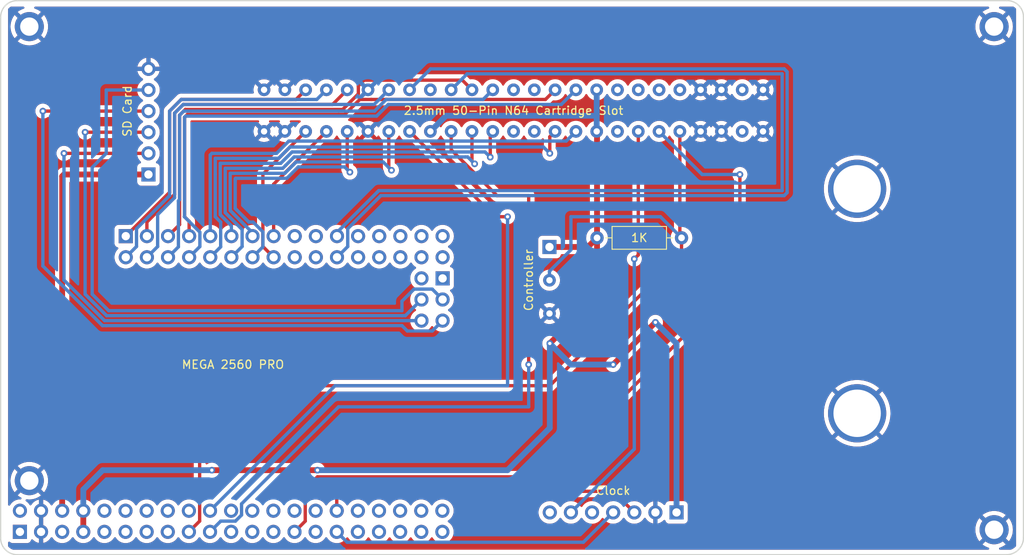
<source format=kicad_pcb>
(kicad_pcb (version 20211014) (generator pcbnew)
  (title_block (title "OPEN SOURCE CARTRIDGE READER") (date "2021-11-15") (rev "V1"))
  (layers (0 "F.Cu" signal) (31 "B.Cu" signal) (34 "B.Paste" user) (35 "F.Paste" user) (36 "B.SilkS" user "B.Silkscreen") (37 "F.SilkS" user "F.Silkscreen") (38 "B.Mask" user) (39 "F.Mask" user) (44 "Edge.Cuts" user))
  (net 0 "")
  (net 1 "D30")
  (net 2 "D31")
  (net 3 "D28")
  (net 4 "D29")
  (net 5 "D26")
  (net 6 "D27")
  (net 7 "D24")
  (net 8 "D25")
  (net 9 "D22")
  (net 10 "D23")
  (net 11 "D20")
  (net 12 "D21")
  (net 13 "D18")
  (net 14 "D19")
  (net 15 "D16")
  (net 16 "D17")
  (net 17 "D14")
  (net 18 "D15")
  (net 19 "D12")
  (net 20 "D13")
  (net 21 "D10")
  (net 22 "D11")
  (net 23 "D8")
  (net 24 "D9")
  (net 25 "D6")
  (net 26 "D7")
  (net 27 "D4")
  (net 28 "D5")
  (net 29 "D2")
  (net 30 "D3")
  (net 31 "D0")
  (net 32 "D1")
  (net 34 "RESET")
  (net 35 "GND")
  (net 38 "D46")
  (net 39 "D47")
  (net 40 "D44")
  (net 41 "D45")
  (net 42 "D42")
  (net 43 "D43")
  (net 44 "D40")
  (net 45 "D41")
  (net 46 "D38")
  (net 47 "D39")
  (net 48 "D36")
  (net 49 "D37")
  (net 50 "D34")
  (net 51 "D32")
  (net 52 "D33")
  (net 53 "A14")
  (net 54 "A15")
  (net 55 "A12")
  (net 56 "A13")
  (net 57 "A10")
  (net 58 "A11")
  (net 59 "A8")
  (net 60 "A9")
  (net 61 "A6")
  (net 62 "A7")
  (net 63 "A4")
  (net 64 "A5")
  (net 65 "A2")
  (net 66 "A3")
  (net 67 "A0")
  (net 68 "A1")
  (net 69 "+3V3")
  (net 70 "+5V")
  (net 71 "D35")
  (net 72 "D53")
  (net 73 "D52")
  (net 74 "D51")
  (net 75 "D50")
  (net 76 "D49")
  (net 77 "D48")
  (net 78 "CLK1")
  (footprint "" (layer "F.Cu") (at 216.57 147.09)
    (fp_text reference "" (at 0 0) (layer "F.SilkS") (effects (font (size 1.27 1.27))))
    (fp_text value "" (at 0 0) (layer "F.SilkS") (effects (font (size 1.27 1.27))))
    (pad "1" thru_hole circle (at 2.9 -0.09) (size 3.5 3.5) (drill 2.2) (layers *.Cu *.Mask) (net 35 "GND"))
  )
  (footprint "!sanni:N64 Slot" (layer "F.Cu") (at 131.68 99.1)
    (fp_text reference "J1" hide)
    (fp_text value "N64_Slot")
    (pad "1" thru_hole circle (at 0 0) (size 1.524 1.524) (drill 0.762) (layers *.Cu *.Mask) (net 35 "GND"))
    (pad "2" thru_hole circle (at 2.5 0) (size 1.524 1.524) (drill 0.762) (layers *.Cu *.Mask) (net 35 "GND"))
    (pad "3" thru_hole circle (at 5 0) (size 1.524 1.524) (drill 0.762) (layers *.Cu *.Mask) (net 54 "A15"))
    (pad "4" thru_hole circle (at 7.5 0) (size 1.524 1.524) (drill 0.762) (layers *.Cu *.Mask) (net 53 "A14"))
    (pad "5" thru_hole circle (at 10 0) (size 1.524 1.524) (drill 0.762) (layers *.Cu *.Mask) (net 56 "A13"))
    (pad "6" thru_hole circle (at 12.5 0) (size 1.524 1.524) (drill 0.762) (layers *.Cu *.Mask) (net 35 "GND"))
    (pad "7" thru_hole circle (at 15 0) (size 1.524 1.524) (drill 0.762) (layers *.Cu *.Mask) (net 55 "A12"))
    (pad "8" thru_hole circle (at 17.5 0) (size 1.524 1.524) (drill 0.762) (layers *.Cu *.Mask) (net 23 "D8"))
    (pad "9" thru_hole circle (at 20 0) (size 1.524 1.524) (drill 0.762) (layers *.Cu *.Mask) (net 69 "+3V3"))
    (pad "10" thru_hole circle (at 22.5 0) (size 1.524 1.524) (drill 0.762) (layers *.Cu *.Mask) (net 24 "D9"))
    (pad "11" thru_hole circle (at 25 0) (size 1.524 1.524) (drill 0.762) (layers *.Cu *.Mask) (net 58 "A11"))
    (pad "12" thru_hole circle (at 27.5 0) (size 1.524 1.524) (drill 0.762) (layers *.Cu *.Mask) (net 57 "A10"))
    (pad "13" thru_hole circle (at 30 0) (size 1.524 1.524) (drill 0.762) (layers *.Cu *.Mask))
    (pad "14" thru_hole circle (at 32.5 0) (size 1.524 1.524) (drill 0.762) (layers *.Cu *.Mask))
    (pad "15" thru_hole circle (at 35 0) (size 1.524 1.524) (drill 0.762) (layers *.Cu *.Mask) (net 60 "A9"))
    (pad "16" thru_hole circle (at 37.5 0) (size 1.524 1.524) (drill 0.762) (layers *.Cu *.Mask) (net 59 "A8"))
    (pad "17" thru_hole circle (at 40 0) (size 1.524 1.524) (drill 0.762) (layers *.Cu *.Mask) (net 69 "+3V3"))
    (pad "18" thru_hole circle (at 42.5 0) (size 1.524 1.524) (drill 0.762) (layers *.Cu *.Mask))
    (pad "19" thru_hole circle (at 45 0) (size 1.524 1.524) (drill 0.762) (layers *.Cu *.Mask) (net 78 "CLK1"))
    (pad "20" thru_hole circle (at 47.5 0) (size 1.524 1.524) (drill 0.762) (layers *.Cu *.Mask) (net 16 "D17"))
    (pad "21" thru_hole circle (at 50 0) (size 1.524 1.524) (drill 0.762) (layers *.Cu *.Mask) (net 26 "D7"))
    (pad "22" thru_hole circle (at 52.5 0) (size 1.524 1.524) (drill 0.762) (layers *.Cu *.Mask) (net 35 "GND"))
    (pad "23" thru_hole circle (at 55 0) (size 1.524 1.524) (drill 0.762) (layers *.Cu *.Mask) (net 35 "GND"))
    (pad "24" thru_hole circle (at 57.5 0) (size 1.524 1.524) (drill 0.762) (layers *.Cu *.Mask))
    (pad "25" thru_hole circle (at 60 0) (size 1.524 1.524) (drill 0.762) (layers *.Cu *.Mask) (net 35 "GND"))
    (pad "26" thru_hole circle (at 0 -5) (size 1.524 1.524) (drill 0.762) (layers *.Cu *.Mask) (net 35 "GND"))
    (pad "27" thru_hole circle (at 2.5 -5) (size 1.524 1.524) (drill 0.762) (layers *.Cu *.Mask) (net 35 "GND"))
    (pad "28" thru_hole circle (at 5 -5) (size 1.524 1.524) (drill 0.762) (layers *.Cu *.Mask) (net 67 "A0"))
    (pad "29" thru_hole circle (at 7.5 -5) (size 1.524 1.524) (drill 0.762) (layers *.Cu *.Mask) (net 68 "A1"))
    (pad "30" thru_hole circle (at 10 -5) (size 1.524 1.524) (drill 0.762) (layers *.Cu *.Mask) (net 65 "A2"))
    (pad "31" thru_hole circle (at 12.5 -5) (size 1.524 1.524) (drill 0.762) (layers *.Cu *.Mask) (net 35 "GND"))
    (pad "32" thru_hole circle (at 15 -5) (size 1.524 1.524) (drill 0.762) (layers *.Cu *.Mask) (net 66 "A3"))
    (pad "33" thru_hole circle (at 17.5 -5) (size 1.524 1.524) (drill 0.762) (layers *.Cu *.Mask) (net 49 "D37"))
    (pad "34" thru_hole circle (at 20 -5) (size 1.524 1.524) (drill 0.762) (layers *.Cu *.Mask) (net 69 "+3V3"))
    (pad "35" thru_hole circle (at 22.5 -5) (size 1.524 1.524) (drill 0.762) (layers *.Cu *.Mask) (net 48 "D36"))
    (pad "36" thru_hole circle (at 25 -5) (size 1.524 1.524) (drill 0.762) (layers *.Cu *.Mask) (net 63 "A4"))
    (pad "37" thru_hole circle (at 27.5 -5) (size 1.524 1.524) (drill 0.762) (layers *.Cu *.Mask) (net 64 "A5"))
    (pad "38" thru_hole circle (at 30 -5) (size 1.524 1.524) (drill 0.762) (layers *.Cu *.Mask))
    (pad "39" thru_hole circle (at 32.5 -5) (size 1.524 1.524) (drill 0.762) (layers *.Cu *.Mask))
    (pad "40" thru_hole circle (at 35 -5) (size 1.524 1.524) (drill 0.762) (layers *.Cu *.Mask) (net 61 "A6"))
    (pad "41" thru_hole circle (at 37.5 -5) (size 1.524 1.524) (drill 0.762) (layers *.Cu *.Mask) (net 62 "A7"))
    (pad "42" thru_hole circle (at 40 -5) (size 1.524 1.524) (drill 0.762) (layers *.Cu *.Mask) (net 69 "+3V3"))
    (pad "43" thru_hole circle (at 42.5 -5) (size 1.524 1.524) (drill 0.762) (layers *.Cu *.Mask))
    (pad "44" thru_hole circle (at 45 -5) (size 1.524 1.524) (drill 0.762) (layers *.Cu *.Mask))
    (pad "45" thru_hole circle (at 47.5 -5) (size 1.524 1.524) (drill 0.762) (layers *.Cu *.Mask))
    (pad "46" thru_hole circle (at 50 -5) (size 1.524 1.524) (drill 0.762) (layers *.Cu *.Mask))
    (pad "47" thru_hole circle (at 52.5 -5) (size 1.524 1.524) (drill 0.762) (layers *.Cu *.Mask) (net 35 "GND"))
    (pad "48" thru_hole circle (at 55 -5) (size 1.524 1.524) (drill 0.762) (layers *.Cu *.Mask) (net 35 "GND"))
    (pad "49" thru_hole circle (at 57.5 -5) (size 1.524 1.524) (drill 0.762) (layers *.Cu *.Mask))
    (pad "50" thru_hole circle (at 60 -5) (size 1.524 1.524) (drill 0.762) (layers *.Cu *.Mask) (net 35 "GND"))
  )
  (footprint "" (layer "F.Cu") (at 103.16 86.5)
    (fp_text reference "" (at 0 0) (layer "F.SilkS") (effects (font (size 1.27 1.27))))
    (fp_text value "" (at 0 0) (layer "F.SilkS") (effects (font (size 1.27 1.27))))
    (pad "1" thru_hole circle locked (at 0.29 0) (size 3.5 3.5) (drill 2.2) (layers *.Cu *.Mask) (net 35 "GND"))
  )
  (footprint "" (layer "F.Cu") (at 203.5 107)
    (fp_text reference "" (at 0 0) (layer "F.SilkS") (effects (font (size 1.27 1.27))))
    (fp_text value "" (at 0 0) (layer "F.SilkS") (effects (font (size 1.27 1.27))))
    (pad "1" thru_hole circle (at -0.5 -1) (size 7 7) (drill 5.7) (layers *.Cu *.Mask) (net 35 "GND"))
  )
  (footprint "" (layer "F.Cu") (at 203 132)
    (fp_text reference "" (at 0 0) (layer "F.SilkS") (effects (font (size 1.27 1.27))))
    (fp_text value "" (at 0 0) (layer "F.SilkS") (effects (font (size 1.27 1.27))))
    (pad "1" thru_hole circle (at 0 1) (size 7 7) (drill 5.7) (layers *.Cu *.Mask) (net 35 "GND"))
  )
  (footprint "Resistor_THT:R_Axial_DIN0207_L6.3mm_D2.5mm_P10.16mm_Horizontal" (layer "F.Cu") (at 171.72 111.9)
    (fp_text reference "R1" hide)
    (fp_text value "1K")
    (fp_line (start 1.81 -1.37) (end 1.81 1.37) (layer "F.SilkS") (width 0.12))
    (fp_line (start 1.81 1.37) (end 8.35 1.37) (layer "F.SilkS") (width 0.12))
    (fp_line (start 1.04 0) (end 1.81 0) (layer "F.SilkS") (width 0.12))
    (fp_line (start 8.35 1.37) (end 8.35 -1.37) (layer "F.SilkS") (width 0.12))
    (fp_line (start 9.12 0) (end 8.35 0) (layer "F.SilkS") (width 0.12))
    (fp_line (start 8.35 -1.37) (end 1.81 -1.37) (layer "F.SilkS") (width 0.12))
    (pad "1" thru_hole circle (at 0 0) (size 1.6 1.6) (drill 0.8) (layers *.Cu *.Mask) (net 69 "+3V3"))
    (pad "2" thru_hole oval (at 10.16 0) (size 1.6 1.6) (drill 0.8) (layers *.Cu *.Mask) (net 26 "D7"))
  )
  (footprint "Connector_PinHeader_2.54mm:PinHeader_1x07_P2.54mm_Vertical" (layer "F.Cu") (at 181.28 144.92 -90)
    (fp_text reference "Clock" (at -2.62 7.62) (layer "F.SilkS"))
    (fp_text value "01x07")
    (pad "0" thru_hole oval (at 0 15.24 270) (size 1.7 1.7) (drill 1) (layers *.Cu *.Mask))
    (pad "1" thru_hole oval (at 0 12.7 270) (size 1.7 1.7) (drill 1) (layers *.Cu *.Mask) (net 78 "CLK1"))
    (pad "2" thru_hole oval (at 0 10.16 270) (size 1.7 1.7) (drill 1) (layers *.Cu *.Mask))
    (pad "GND" thru_hole oval (at 0 2.54 270) (size 1.7 1.7) (drill 1) (layers *.Cu *.Mask) (net 35 "GND"))
    (pad "SCL" thru_hole oval (at 0 7.62 270) (size 1.7 1.7) (drill 1) (layers *.Cu *.Mask) (net 12 "D21"))
    (pad "SDA" thru_hole oval (at 0 5.08 270) (size 1.7 1.7) (drill 1) (layers *.Cu *.Mask) (net 11 "D20"))
    (pad "VIN" thru_hole rect (at 0 0 270) (size 1.7 1.7) (drill 1) (layers *.Cu *.Mask) (net 69 "+3V3"))
  )
  (footprint "" (layer "F.Cu") (at 166 121)
    (fp_text reference "" (at 0 0) (layer "F.SilkS") (effects (font (size 1.27 1.27))))
    (fp_text value "" (at 0 0) (layer "F.SilkS") (effects (font (size 1.27 1.27))))
    (pad "GND" thru_hole circle (at 0 0) (size 1.524 1.524) (drill 0.762) (layers *.Cu *.Mask) (net 35 "GND"))
  )
  (footprint "" (layer "F.Cu") (at 103.2 141.1)
    (fp_text reference "" (at 0 0) (layer "F.SilkS") (effects (font (size 1.27 1.27))))
    (fp_text value "" (at 0 0) (layer "F.SilkS") (effects (font (size 1.27 1.27))))
    (pad "1" thru_hole circle (at 0.25 0) (size 3.5 3.5) (drill 2.2) (layers *.Cu *.Mask) (net 35 "GND"))
  )
  (footprint "" (layer "F.Cu") (at 166 117)
    (fp_text reference "" (at 0 0) (layer "F.SilkS") (effects (font (size 1.27 1.27))))
    (fp_text value "" (at 0 0) (layer "F.SilkS") (effects (font (size 1.27 1.27))))
    (pad "DAT" thru_hole circle (at 0 0) (size 1.524 1.524) (drill 0.762) (layers *.Cu *.Mask) (net 26 "D7"))
  )
  (footprint "Connector_PinHeader_2.54mm:PinHeader_1x06_P2.54mm_Vertical" (layer "F.Cu") (at 117.78 104.28 180)
    (fp_text reference "SD Card" (at 2.54 7.62 90) (layer "F.SilkS"))
    (fp_text value "01x06")
    (pad "1" thru_hole rect (at 0 0 180) (size 1.7 1.7) (drill 1) (layers *.Cu *.Mask) (net 70 "+5V"))
    (pad "2" thru_hole oval (at 0 2.54 180) (size 1.7 1.7) (drill 1) (layers *.Cu *.Mask) (net 72 "D53"))
    (pad "3" thru_hole oval (at 0 5.08 180) (size 1.7 1.7) (drill 1) (layers *.Cu *.Mask) (net 74 "D51"))
    (pad "4" thru_hole oval (at 0 7.62 180) (size 1.7 1.7) (drill 1) (layers *.Cu *.Mask) (net 73 "D52"))
    (pad "5" thru_hole oval (at 0 10.16 180) (size 1.7 1.7) (drill 1) (layers *.Cu *.Mask) (net 75 "D50"))
    (pad "6" thru_hole oval (at 0 12.7 180) (size 1.7 1.7) (drill 1) (layers *.Cu *.Mask) (net 35 "GND"))
  )
  (footprint "" (layer "F.Cu") (at 216.48 86.5)
    (fp_text reference "" (at 0 0) (layer "F.SilkS") (effects (font (size 1.27 1.27))))
    (fp_text value "" (at 0 0) (layer "F.SilkS") (effects (font (size 1.27 1.27))))
    (pad "1" thru_hole circle (at 2.99 0) (size 3.5 3.5) (drill 2.2) (layers *.Cu *.Mask) (net 35 "GND"))
  )
  (footprint "" (layer "F.Cu") (at 166 113)
    (fp_text reference "" (at 0 0) (layer "F.SilkS") (effects (font (size 1.27 1.27))))
    (fp_text value "" (at 0 0) (layer "F.SilkS") (effects (font (size 1.27 1.27))))
    (pad "VCC" thru_hole rect (at 0 0 270) (size 1.7 1.7) (drill 1) (layers *.Cu *.Mask) (net 69 "+3V3"))
  )
  (footprint "Connector_PinSocket_2.54mm:PinSocket_2x03_P2.54mm_Vertical" (layer "B.Cu") (at 150.61 116.775 180)
    (fp_text reference "J5")
    (fp_text value "MEGA SIDE")
    (pad "1" thru_hole circle (at 0 0 180) (size 1.7 1.7) (drill 1) (layers *.Cu *.Mask) (net 76 "D49"))
    (pad "2" thru_hole rect (at -2.54 0 180) (size 1.7 1.7) (drill 1) (layers *.Cu *.Mask) (net 77 "D48"))
    (pad "3" thru_hole oval (at 0 -2.54 180) (size 1.7 1.7) (drill 1) (layers *.Cu *.Mask) (net 74 "D51"))
    (pad "4" thru_hole oval (at -2.54 -2.54 180) (size 1.7 1.7) (drill 1) (layers *.Cu *.Mask) (net 75 "D50"))
    (pad "5" thru_hole oval (at 0 -5.08 180) (size 1.7 1.7) (drill 1) (layers *.Cu *.Mask) (net 72 "D53"))
    (pad "6" thru_hole oval (at -2.54 -5.08 180) (size 1.7 1.7) (drill 1) (layers *.Cu *.Mask) (net 73 "D52"))
  )
  (footprint "Connector_PinSocket_2.54mm:PinSocket_2x16_P2.54mm_Vertical" (layer "B.Cu") (at 153.15 111.695 90)
    (fp_text reference "J2")
    (fp_text value "MEGA TOP")
    (pad "1" thru_hole circle (at 0 0 90) (size 1.7 1.7) (drill 1) (layers *.Cu *.Mask) (net 38 "D46"))
    (pad "2" thru_hole oval (at -2.54 0 90) (size 1.7 1.7) (drill 1) (layers *.Cu *.Mask) (net 39 "D47"))
    (pad "3" thru_hole oval (at 0 -2.54 90) (size 1.7 1.7) (drill 1) (layers *.Cu *.Mask) (net 40 "D44"))
    (pad "4" thru_hole oval (at -2.54 -2.54 90) (size 1.7 1.7) (drill 1) (layers *.Cu *.Mask) (net 41 "D45"))
    (pad "5" thru_hole oval (at 0 -5.08 90) (size 1.7 1.7) (drill 1) (layers *.Cu *.Mask) (net 42 "D42"))
    (pad "6" thru_hole oval (at -2.54 -5.08 90) (size 1.7 1.7) (drill 1) (layers *.Cu *.Mask) (net 43 "D43"))
    (pad "7" thru_hole oval (at 0 -7.62 90) (size 1.7 1.7) (drill 1) (layers *.Cu *.Mask) (net 44 "D40"))
    (pad "8" thru_hole oval (at -2.54 -7.62 90) (size 1.7 1.7) (drill 1) (layers *.Cu *.Mask) (net 45 "D41"))
    (pad "9" thru_hole oval (at 0 -10.16 90) (size 1.7 1.7) (drill 1) (layers *.Cu *.Mask) (net 46 "D38"))
    (pad "10" thru_hole oval (at -2.54 -10.16 90) (size 1.7 1.7) (drill 1) (layers *.Cu *.Mask) (net 47 "D39"))
    (pad "11" thru_hole oval (at 0 -12.7 90) (size 1.7 1.7) (drill 1) (layers *.Cu *.Mask) (net 48 "D36"))
    (pad "12" thru_hole oval (at -2.54 -12.7 90) (size 1.7 1.7) (drill 1) (layers *.Cu *.Mask) (net 49 "D37"))
    (pad "13" thru_hole oval (at 0 -15.24 90) (size 1.7 1.7) (drill 1) (layers *.Cu *.Mask) (net 50 "D34"))
    (pad "14" thru_hole oval (at -2.54 -15.24 90) (size 1.7 1.7) (drill 1) (layers *.Cu *.Mask) (net 71 "D35"))
    (pad "15" thru_hole oval (at 0 -17.78 90) (size 1.7 1.7) (drill 1) (layers *.Cu *.Mask) (net 51 "D32"))
    (pad "16" thru_hole oval (at -2.54 -17.78 90) (size 1.7 1.7) (drill 1) (layers *.Cu *.Mask) (net 52 "D33"))
    (pad "17" thru_hole oval (at 0 -20.32 90) (size 1.7 1.7) (drill 1) (layers *.Cu *.Mask) (net 53 "A14"))
    (pad "18" thru_hole oval (at -2.54 -20.32 90) (size 1.7 1.7) (drill 1) (layers *.Cu *.Mask) (net 54 "A15"))
    (pad "19" thru_hole oval (at 0 -22.86 90) (size 1.7 1.7) (drill 1) (layers *.Cu *.Mask) (net 55 "A12"))
    (pad "20" thru_hole oval (at -2.54 -22.86 90) (size 1.7 1.7) (drill 1) (layers *.Cu *.Mask) (net 56 "A13"))
    (pad "21" thru_hole oval (at 0 -25.4 90) (size 1.7 1.7) (drill 1) (layers *.Cu *.Mask) (net 57 "A10"))
    (pad "22" thru_hole oval (at -2.54 -25.4 90) (size 1.7 1.7) (drill 1) (layers *.Cu *.Mask) (net 58 "A11"))
    (pad "23" thru_hole oval (at 0 -27.94 90) (size 1.7 1.7) (drill 1) (layers *.Cu *.Mask) (net 59 "A8"))
    (pad "24" thru_hole oval (at -2.54 -27.94 90) (size 1.7 1.7) (drill 1) (layers *.Cu *.Mask) (net 60 "A9"))
    (pad "25" thru_hole oval (at 0 -30.48 90) (size 1.7 1.7) (drill 1) (layers *.Cu *.Mask) (net 61 "A6"))
    (pad "26" thru_hole oval (at -2.54 -30.48 90) (size 1.7 1.7) (drill 1) (layers *.Cu *.Mask) (net 62 "A7"))
    (pad "27" thru_hole oval (at 0 -33.02 90) (size 1.7 1.7) (drill 1) (layers *.Cu *.Mask) (net 63 "A4"))
    (pad "28" thru_hole oval (at -2.54 -33.02 90) (size 1.7 1.7) (drill 1) (layers *.Cu *.Mask) (net 64 "A5"))
    (pad "29" thru_hole oval (at 0 -35.56 90) (size 1.7 1.7) (drill 1) (layers *.Cu *.Mask) (net 65 "A2"))
    (pad "30" thru_hole oval (at -2.54 -35.56 90) (size 1.7 1.7) (drill 1) (layers *.Cu *.Mask) (net 66 "A3"))
    (pad "31" thru_hole rect (at 0 -38.1 90) (size 1.7 1.7) (drill 1) (layers *.Cu *.Mask) (net 67 "A0"))
    (pad "32" thru_hole oval (at -2.54 -38.1 90) (size 1.7 1.7) (drill 1) (layers *.Cu *.Mask) (net 68 "A1"))
  )
  (footprint "Connector_PinSocket_2.54mm:PinSocket_2x21_P2.54mm_Vertical" (layer "B.Cu") (at 153.12125 144.715 90)
    (fp_text reference "J1")
    (fp_text value "MEGA BOTTOM")
    (pad "1" thru_hole circle (at 0 0 90) (size 1.7 1.7) (drill 1) (layers *.Cu *.Mask) (net 1 "D30"))
    (pad "2" thru_hole oval (at -2.54 0 90) (size 1.7 1.7) (drill 1) (layers *.Cu *.Mask) (net 2 "D31"))
    (pad "3" thru_hole oval (at 0 -2.54 90) (size 1.7 1.7) (drill 1) (layers *.Cu *.Mask) (net 3 "D28"))
    (pad "4" thru_hole oval (at -2.54 -2.54 90) (size 1.7 1.7) (drill 1) (layers *.Cu *.Mask) (net 4 "D29"))
    (pad "5" thru_hole oval (at 0 -5.08 90) (size 1.7 1.7) (drill 1) (layers *.Cu *.Mask) (net 5 "D26"))
    (pad "6" thru_hole oval (at -2.54 -5.08 90) (size 1.7 1.7) (drill 1) (layers *.Cu *.Mask) (net 6 "D27"))
    (pad "7" thru_hole oval (at 0 -7.62 90) (size 1.7 1.7) (drill 1) (layers *.Cu *.Mask) (net 7 "D24"))
    (pad "8" thru_hole oval (at -2.54 -7.62 90) (size 1.7 1.7) (drill 1) (layers *.Cu *.Mask) (net 8 "D25"))
    (pad "9" thru_hole oval (at 0 -10.16 90) (size 1.7 1.7) (drill 1) (layers *.Cu *.Mask) (net 9 "D22"))
    (pad "10" thru_hole oval (at -2.54 -10.16 90) (size 1.7 1.7) (drill 1) (layers *.Cu *.Mask) (net 10 "D23"))
    (pad "11" thru_hole oval (at 0 -12.7 90) (size 1.7 1.7) (drill 1) (layers *.Cu *.Mask) (net 11 "D20"))
    (pad "12" thru_hole oval (at -2.54 -12.7 90) (size 1.7 1.7) (drill 1) (layers *.Cu *.Mask) (net 12 "D21"))
    (pad "13" thru_hole oval (at 0 -15.24 90) (size 1.7 1.7) (drill 1) (layers *.Cu *.Mask) (net 13 "D18"))
    (pad "14" thru_hole oval (at -2.54 -15.24 90) (size 1.7 1.7) (drill 1) (layers *.Cu *.Mask) (net 14 "D19"))
    (pad "15" thru_hole oval (at 0 -17.78 90) (size 1.7 1.7) (drill 1) (layers *.Cu *.Mask) (net 15 "D16"))
    (pad "16" thru_hole oval (at -2.54 -17.78 90) (size 1.7 1.7) (drill 1) (layers *.Cu *.Mask) (net 16 "D17"))
    (pad "17" thru_hole oval (at 0 -20.32 90) (size 1.7 1.7) (drill 1) (layers *.Cu *.Mask) (net 17 "D14"))
    (pad "18" thru_hole oval (at -2.54 -20.32 90) (size 1.7 1.7) (drill 1) (layers *.Cu *.Mask) (net 18 "D15"))
    (pad "19" thru_hole oval (at 0 -22.86 90) (size 1.7 1.7) (drill 1) (layers *.Cu *.Mask) (net 19 "D12"))
    (pad "20" thru_hole oval (at -2.54 -22.86 90) (size 1.7 1.7) (drill 1) (layers *.Cu *.Mask) (net 20 "D13"))
    (pad "21" thru_hole oval (at 0 -25.4 90) (size 1.7 1.7) (drill 1) (layers *.Cu *.Mask) (net 21 "D10"))
    (pad "22" thru_hole oval (at -2.54 -25.4 90) (size 1.7 1.7) (drill 1) (layers *.Cu *.Mask) (net 22 "D11"))
    (pad "23" thru_hole oval (at 0 -27.94 90) (size 1.7 1.7) (drill 1) (layers *.Cu *.Mask) (net 23 "D8"))
    (pad "24" thru_hole oval (at -2.54 -27.94 90) (size 1.7 1.7) (drill 1) (layers *.Cu *.Mask) (net 24 "D9"))
    (pad "25" thru_hole oval (at 0 -30.48 90) (size 1.7 1.7) (drill 1) (layers *.Cu *.Mask) (net 25 "D6"))
    (pad "26" thru_hole oval (at -2.54 -30.48 90) (size 1.7 1.7) (drill 1) (layers *.Cu *.Mask) (net 26 "D7"))
    (pad "27" thru_hole oval (at 0 -33.02 90) (size 1.7 1.7) (drill 1) (layers *.Cu *.Mask) (net 27 "D4"))
    (pad "28" thru_hole oval (at -2.54 -33.02 90) (size 1.7 1.7) (drill 1) (layers *.Cu *.Mask) (net 28 "D5"))
    (pad "29" thru_hole oval (at 0 -35.56 90) (size 1.7 1.7) (drill 1) (layers *.Cu *.Mask) (net 29 "D2"))
    (pad "30" thru_hole oval (at -2.54 -35.56 90) (size 1.7 1.7) (drill 1) (layers *.Cu *.Mask) (net 30 "D3"))
    (pad "31" thru_hole oval (at 0 -38.1 90) (size 1.7 1.7) (drill 1) (layers *.Cu *.Mask) (net 31 "D0"))
    (pad "32" thru_hole oval (at -2.54 -38.1 90) (size 1.7 1.7) (drill 1) (layers *.Cu *.Mask) (net 32 "D1"))
    (pad "33" thru_hole oval (at 0 -40.64 90) (size 1.7 1.7) (drill 1) (layers *.Cu *.Mask))
    (pad "34" thru_hole oval (at -2.54 -40.64 90) (size 1.7 1.7) (drill 1) (layers *.Cu *.Mask) (net 34 "RESET"))
    (pad "35" thru_hole oval (at 0 -43.18 90) (size 1.7 1.7) (drill 1) (layers *.Cu *.Mask) (net 69 "+3V3"))
    (pad "36" thru_hole oval (at -2.54 -43.18 90) (size 1.7 1.7) (drill 1) (layers *.Cu *.Mask) (net 69 "+3V3"))
    (pad "37" thru_hole oval (at 0 -45.72 90) (size 1.7 1.7) (drill 1) (layers *.Cu *.Mask) (net 70 "+5V"))
    (pad "38" thru_hole oval (at -2.54 -45.72 90) (size 1.7 1.7) (drill 1) (layers *.Cu *.Mask) (net 70 "+5V"))
    (pad "39" thru_hole oval (at 0 -48.26 90) (size 1.7 1.7) (drill 1) (layers *.Cu *.Mask) (net 35 "GND"))
    (pad "40" thru_hole oval (at -2.54 -48.26 90) (size 1.7 1.7) (drill 1) (layers *.Cu *.Mask) (net 35 "GND"))
    (pad "41" thru_hole oval (at 0 -50.8 90) (size 1.7 1.7) (drill 1) (layers *.Cu *.Mask))
    (pad "42" thru_hole rect (at -2.54 -50.8 90) (size 1.7 1.7) (drill 1) (layers *.Cu *.Mask))
  )
  (gr_arc (start 102 150) (mid 100.585786 149.414214) (end 100 148) (layer "Edge.Cuts") (width 0.15))
  (gr_line (start 223 147.912893) (end 223 85.287107) (layer "Edge.Cuts") (width 0.15))
  (gr_line (start 102 83.374214) (end 221 83.374214) (layer "Edge.Cuts") (width 0.15))
  (gr_arc (start 223 147.912893) (mid 222.432254 149.37066) (end 221 150) (layer "Edge.Cuts") (width 0.15))
  (gr_arc (start 221 83.374214) (mid 222.396173 83.916447) (end 223 85.287107) (layer "Edge.Cuts") (width 0.15))
  (gr_arc (start 100 85.374214) (mid 100.585786 83.96) (end 102 83.374214) (layer "Edge.Cuts") (width 0.15))
  (gr_line (start 102 150) (end 221 150) (layer "Edge.Cuts") (width 0.15))
  (gr_line (start 100 148) (end 100 85.374214) (layer "Edge.Cuts") (width 0.15))
  (gr_text "Controller" (at 163.5 116.98 90) (layer "F.SilkS") (effects (font (size 1 1))))
  (gr_text "MEGA 2560 PRO" (at 127.94 127.14) (layer "F.SilkS") (effects (font (size 1 1))))
  (gr_text "1K" (at 176.8 111.9) (layer "F.SilkS") (effects (font (size 1 1))))
  (gr_text "2.5mm 50-Pin N64 Cartridge Slot" (at 161.68 96.6) (layer "F.SilkS") (effects (font (size 1 1))))
  (segment (start 173.66 142.38) (end 176.2 144.92) (width 0.4) (layer "F.Cu") (net 11))
  (segment (start 140.42125 142.59875) (end 140.64 142.38) (width 0.4) (layer "F.Cu") (net 11))
  (segment (start 140.64 142.38) (end 173.66 142.38) (width 0.4) (layer "F.Cu") (net 11))
  (segment (start 140.42125 144.715) (end 140.42125 142.59875) (width 0.4) (layer "F.Cu") (net 11))
  (segment (start 140.42125 147.255) (end 141.670761 148.504511) (width 0.4) (layer "B.Cu") (net 12))
  (segment (start 170.075489 148.504511) (end 173.66 144.92) (width 0.4) (layer "B.Cu") (net 12))
  (segment (start 141.670761 148.504511) (end 170.075489 148.504511) (width 0.4) (layer "B.Cu") (net 12))
  (segment (start 165.240489 140.639511) (end 188.9 116.98) (width 0.4) (layer "F.Cu") (net 16))
  (segment (start 135.34125 147.255) (end 136.631739 145.964511) (width 0.4) (layer "F.Cu") (net 16))
  (segment (start 188.9 104.28) (end 188.9 116.98) (width 0.4) (layer "F.Cu") (net 16))
  (segment (start 136.631739 145.964511) (end 136.631739 142.107772) (width 0.4) (layer "F.Cu") (net 16))
  (segment (start 138.1 140.639511) (end 165.240489 140.639511) (width 0.4) (layer "F.Cu") (net 16))
  (segment (start 136.631739 142.107772) (end 138.1 140.639511) (width 0.4) (layer "F.Cu") (net 16))
  (via (at 188.9 104.28) (size 0.8) (drill 0.4) (layers "F.Cu" "B.Cu") (net 16))
  (segment (start 184.36 104.28) (end 188.9 104.28) (width 0.4) (layer "B.Cu") (net 16))
  (segment (start 179.18 99.1) (end 184.36 104.28) (width 0.4) (layer "B.Cu") (net 16))
  (segment (start 159.44 109.36) (end 160.96 109.36) (width 0.4) (layer "F.Cu") (net 23))
  (segment (start 149.18 99.1) (end 159.44 109.36) (width 0.4) (layer "F.Cu") (net 23))
  (via (at 160.96 109.36) (size 0.8) (drill 0.4) (layers "F.Cu" "B.Cu") (net 23))
  (segment (start 140.21625 129.68) (end 125.18125 144.715) (width 0.4) (layer "B.Cu") (net 23))
  (segment (start 160.96 129.68) (end 140.21625 129.68) (width 0.4) (layer "B.Cu") (net 23))
  (segment (start 160.96 109.36) (end 160.96 129.68) (width 0.4) (layer "B.Cu") (net 23))
  (segment (start 159.68932 106.82) (end 163.5 106.82) (width 0.4) (layer "F.Cu") (net 24))
  (segment (start 163.5 106.82) (end 163.5 127.14) (width 0.4) (layer "F.Cu") (net 24))
  (segment (start 154.18 99.1) (end 154.18 101.31068) (width 0.4) (layer "F.Cu") (net 24))
  (segment (start 154.18 101.31068) (end 159.68932 106.82) (width 0.4) (layer "F.Cu") (net 24))
  (via (at 163.5 127.14) (size 0.8) (drill 0.4) (layers "F.Cu" "B.Cu") (net 24))
  (segment (start 140.64 132.22) (end 128.970761 143.889239) (width 0.4) (layer "B.Cu") (net 24))
  (segment (start 126.471739 145.964511) (end 125.18125 147.255) (width 0.4) (layer "B.Cu") (net 24))
  (segment (start 128.970761 145.232565) (end 128.238815 145.964511) (width 0.4) (layer "B.Cu") (net 24))
  (segment (start 128.238815 145.964511) (end 126.471739 145.964511) (width 0.4) (layer "B.Cu") (net 24))
  (segment (start 163.5 132.22) (end 140.64 132.22) (width 0.4) (layer "B.Cu") (net 24))
  (segment (start 128.970761 143.889239) (end 128.970761 145.232565) (width 0.4) (layer "B.Cu") (net 24))
  (segment (start 163.5 127.14) (end 163.5 132.22) (width 0.4) (layer "B.Cu") (net 24))
  (segment (start 125.4 129.68) (end 166.04 129.68) (width 0.4) (layer "F.Cu") (net 26))
  (segment (start 181.68 99.1) (end 181.68 111.7) (width 0.4) (layer "F.Cu") (net 26))
  (segment (start 122.64125 147.255) (end 123.931739 145.964511) (width 0.4) (layer "F.Cu") (net 26))
  (segment (start 123.931739 145.964511) (end 123.931739 131.148261) (width 0.4) (layer "F.Cu") (net 26))
  (segment (start 166.04 129.68) (end 181.88 113.84) (width 0.4) (layer "F.Cu") (net 26))
  (segment (start 181.68 111.7) (end 181.88 111.9) (width 0.4) (layer "F.Cu") (net 26))
  (segment (start 123.931739 131.148261) (end 125.4 129.68) (width 0.4) (layer "F.Cu") (net 26))
  (segment (start 181.88 113.84) (end 181.88 111.9) (width 0.4) (layer "F.Cu") (net 26))
  (segment (start 168.58 109.36) (end 179.34 109.36) (width 0.4) (layer "B.Cu") (net 26))
  (segment (start 166 117) (end 166 115.92237) (width 0.4) (layer "B.Cu") (net 26))
  (segment (start 166 115.92237) (end 168.58 113.34237) (width 0.4) (layer "B.Cu") (net 26))
  (segment (start 168.58 113.34237) (end 168.58 109.36) (width 0.4) (layer "B.Cu") (net 26))
  (segment (start 179.34 109.36) (end 181.88 111.9) (width 0.4) (layer "B.Cu") (net 26))
  (segment (start 145.471671 106.22048) (end 158.42 106.22048) (width 0.4) (layer "B.Cu") (net 48))
  (segment (start 193.98 106.22048) (end 193.98 92.17952) (width 0.4) (layer "B.Cu") (net 48))
  (segment (start 158.42 106.22048) (end 193.98 106.22048) (width 0.4) (layer "B.Cu") (net 48))
  (segment (start 145.471671 106.22048) (end 145.296075 106.396075) (width 0.4) (layer "B.Cu") (net 48))
  (segment (start 156.10048 92.17952) (end 193.98 92.17952) (width 0.4) (layer "B.Cu") (net 48))
  (segment (start 154.18 94.1) (end 156.10048 92.17952) (width 0.4) (layer "B.Cu") (net 48))
  (segment (start 140.45 111.242151) (end 140.45 111.695) (width 0.4) (layer "B.Cu") (net 48))
  (segment (start 145.296075 106.396075) (end 140.45 111.242151) (width 0.4) (layer "B.Cu") (net 48))
  (segment (start 194.228329 91.58) (end 194.57952 91.931191) (width 0.4) (layer "B.Cu") (net 49))
  (segment (start 151.7 91.58) (end 149.18 94.1) (width 0.4) (layer "B.Cu") (net 49))
  (segment (start 194.57952 91.931191) (end 194.57952 104.28) (width 0.4) (layer "B.Cu") (net 49))
  (segment (start 193.98 106.82) (end 194.228329 106.82) (width 0.4) (layer "B.Cu") (net 49))
  (segment (start 141.740489 110.799511) (end 145.72 106.82) (width 0.4) (layer "B.Cu") (net 49))
  (segment (start 194.228329 106.82) (end 194.57952 106.468809) (width 0.4) (layer "B.Cu") (net 49))
  (segment (start 194.57952 106.468809) (end 194.57952 104.28) (width 0.4) (layer "B.Cu") (net 49))
  (segment (start 141.740489 112.944511) (end 141.740489 110.799511) (width 0.4) (layer "B.Cu") (net 49))
  (segment (start 145.72 106.82) (end 193.98 106.82) (width 0.4) (layer "B.Cu") (net 49))
  (segment (start 140.45 114.235) (end 141.740489 112.944511) (width 0.4) (layer "B.Cu") (net 49))
  (segment (start 151.7 91.58) (end 194.228329 91.58) (width 0.4) (layer "B.Cu") (net 49))
  (segment (start 132.83 111.695) (end 132.83 105.45) (width 0.4) (layer "F.Cu") (net 53))
  (segment (start 132.83 105.45) (end 139.18 99.1) (width 0.4) (layer "F.Cu") (net 53))
  (segment (start 131.539511 104.240489) (end 136.68 99.1) (width 0.4) (layer "F.Cu") (net 54))
  (segment (start 132.83 114.235) (end 131.539511 112.944511) (width 0.4) (layer "F.Cu") (net 54))
  (segment (start 131.539511 112.944511) (end 131.539511 104.240489) (width 0.4) (layer "F.Cu") (net 54))
  (segment (start 147 103.773798) (end 146.68 103.453798) (width 0.4) (layer "F.Cu") (net 55))
  (segment (start 146.68 103.453798) (end 146.68 99.1) (width 0.4) (layer "F.Cu") (net 55))
  (via (at 147 103.773798) (size 0.8) (drill 0.4) (layers "F.Cu" "B.Cu") (net 55))
  (segment (start 135.157012 103.157012) (end 135.540226 102.773798) (width 0.4) (layer "B.Cu") (net 55))
  (segment (start 134 104.13808) (end 134.175945 104.138079) (width 0.4) (layer "B.Cu") (net 55))
  (segment (start 127.60808 104.13808) (end 134 104.13808) (width 0.4) (layer "B.Cu") (net 55))
  (segment (start 130.29 111.695) (end 130.29 111.29) (width 0.4) (layer "B.Cu") (net 55))
  (segment (start 135.540226 102.773798) (end 146 102.773798) (width 0.4) (layer "B.Cu") (net 55))
  (segment (start 128 109) (end 127.60808 108.60808) (width 0.4) (layer "B.Cu") (net 55))
  (segment (start 146 102.773798) (end 147 103.773798) (width 0.4) (layer "B.Cu") (net 55))
  (segment (start 127.60808 108.60808) (end 127.60808 104.13808) (width 0.4) (layer "B.Cu") (net 55))
  (segment (start 134.175945 104.138079) (end 135.157012 103.157012) (width 0.4) (layer "B.Cu") (net 55))
  (segment (start 130.29 111.29) (end 128 109) (width 0.4) (layer "B.Cu") (net 55))
  (segment (start 141.68 103.68) (end 141.68 99.1) (width 0.4) (layer "F.Cu") (net 56))
  (segment (start 142 104) (end 141.68 103.68) (width 0.4) (layer "F.Cu") (net 56))
  (via (at 142 104) (size 0.8) (drill 0.4) (layers "F.Cu" "B.Cu") (net 56))
  (segment (start 131.181038 110.818962) (end 130.362076 110) (width 0.4) (layer "B.Cu") (net 56))
  (segment (start 134.424274 104.7376) (end 135.080937 104.080937) (width 0.4) (layer "B.Cu") (net 56))
  (segment (start 141 103.373318) (end 141.373318 103.373318) (width 0.4) (layer "B.Cu") (net 56))
  (segment (start 128.2076 108.35975) (end 128.2076 105) (width 0.4) (layer "B.Cu") (net 56))
  (segment (start 129.84785 110) (end 128.423925 108.576075) (width 0.4) (layer "B.Cu") (net 56))
  (segment (start 128.2624 104.7376) (end 129 104.7376) (width 0.4) (layer "B.Cu") (net 56))
  (segment (start 131.539511 112.985489) (end 131.539511 111.177435) (width 0.4) (layer "B.Cu") (net 56))
  (segment (start 130 110) (end 129.84785 110) (width 0.4) (layer "B.Cu") (net 56))
  (segment (start 128.2076 105) (end 128.2076 104.7924) (width 0.4) (layer "B.Cu") (net 56))
  (segment (start 135.080937 104.080937) (end 135.788556 103.373318) (width 0.4) (layer "B.Cu") (net 56))
  (segment (start 128.423925 108.576075) (end 128.2076 108.35975) (width 0.4) (layer "B.Cu") (net 56))
  (segment (start 131.539511 111.177435) (end 131.181038 110.818962) (width 0.4) (layer "B.Cu") (net 56))
  (segment (start 141.373318 103.373318) (end 142 104) (width 0.4) (layer "B.Cu") (net 56))
  (segment (start 130.29 114.235) (end 131.539511 112.985489) (width 0.4) (layer "B.Cu") (net 56))
  (segment (start 128.2076 104.7924) (end 128.2624 104.7376) (width 0.4) (layer "B.Cu") (net 56))
  (segment (start 135.788556 103.373318) (end 141 103.373318) (width 0.4) (layer "B.Cu") (net 56))
  (segment (start 130.362076 110) (end 130 110) (width 0.4) (layer "B.Cu") (net 56))
  (segment (start 129 104.7376) (end 134.424274 104.7376) (width 0.4) (layer "B.Cu") (net 56))
  (segment (start 158.88 99.4) (end 159.18 99.1) (width 0.4) (layer "F.Cu") (net 57))
  (segment (start 158.88 102.2) (end 158.88 99.4) (width 0.4) (layer "F.Cu") (net 57))
  (via (at 158.88 102.2) (size 0.8) (drill 0.4) (layers "F.Cu" "B.Cu") (net 57))
  (segment (start 133.679285 102.93904) (end 135.043568 101.574758) (width 0.4) (layer "B.Cu") (net 57))
  (segment (start 127.75 111.695) (end 127.75 110.45263) (width 0.4) (layer "B.Cu") (net 57))
  (segment (start 127.75 110.45263) (end 126.40904 109.111671) (width 0.4) (layer "B.Cu") (net 57))
  (segment (start 135.043568 101.574758) (end 158.254758 101.574758) (width 0.4) (layer "B.Cu") (net 57))
  (segment (start 158.42 101.74) (end 158.88 102.2) (width 0.4) (layer "B.Cu") (net 57))
  (segment (start 126.40904 109.111671) (end 126.40904 102.93904) (width 0.4) (layer "B.Cu") (net 57))
  (segment (start 158.254758 101.574758) (end 158.42 101.74) (width 0.4) (layer "B.Cu") (net 57))
  (segment (start 133.02 102.93904) (end 133.679285 102.93904) (width 0.4) (layer "B.Cu") (net 57))
  (segment (start 126.40904 102.93904) (end 133.02 102.93904) (width 0.4) (layer "B.Cu") (net 57))
  (segment (start 157 103) (end 156.68 102.68) (width 0.4) (layer "F.Cu") (net 58))
  (segment (start 156.68 102.68) (end 156.68 99.1) (width 0.4) (layer "F.Cu") (net 58))
  (via (at 157 103) (size 0.8) (drill 0.4) (layers "F.Cu" "B.Cu") (net 58))
  (segment (start 127.00856 108.863342) (end 127.00856 103.53856) (width 0.4) (layer "B.Cu") (net 58))
  (segment (start 155.88 102.174278) (end 156.174278 102.174278) (width 0.4) (layer "B.Cu") (net 58))
  (segment (start 134.278805 103.187369) (end 135.291896 102.174278) (width 0.4) (layer "B.Cu") (net 58))
  (segment (start 129.040489 112.944511) (end 129.040489 110.89527) (width 0.4) (layer "B.Cu") (net 58))
  (segment (start 127.00856 103.53856) (end 133.927615 103.53856) (width 0.4) (layer "B.Cu") (net 58))
  (segment (start 133.927615 103.53856) (end 134.278805 103.187369) (width 0.4) (layer "B.Cu") (net 58))
  (segment (start 129.040489 110.89527) (end 127.00856 108.863342) (width 0.4) (layer "B.Cu") (net 58))
  (segment (start 156.174278 102.174278) (end 157 103) (width 0.4) (layer "B.Cu") (net 58))
  (segment (start 127.75 114.235) (end 129.040489 112.944511) (width 0.4) (layer "B.Cu") (net 58))
  (segment (start 135.291896 102.174278) (end 155.88 102.174278) (width 0.4) (layer "B.Cu") (net 58))
  (segment (start 168.018489 100.261511) (end 169.18 99.1) (width 0.4) (layer "B.Cu") (net 59))
  (segment (start 125.21 101.93) (end 125.4 101.74) (width 0.4) (layer "B.Cu") (net 59))
  (segment (start 125.4 101.74) (end 133.182626 101.74) (width 0.4) (layer "B.Cu") (net 59))
  (segment (start 125.21 111.695) (end 125.21 101.93) (width 0.4) (layer "B.Cu") (net 59))
  (segment (start 134.661115 100.261511) (end 168.018489 100.261511) (width 0.4) (layer "B.Cu") (net 59))
  (segment (start 133.182626 101.74) (end 134.661115 100.261511) (width 0.4) (layer "B.Cu") (net 59))
  (segment (start 166.04 101.74) (end 166.04 99.74) (width 0.4) (layer "F.Cu") (net 60))
  (segment (start 166.04 99.74) (end 166.68 99.1) (width 0.4) (layer "F.Cu") (net 60))
  (via (at 166.04 101.74) (size 0.8) (drill 0.4) (layers "F.Cu" "B.Cu") (net 60))
  (segment (start 133.430956 102.33952) (end 134.795238 100.975238) (width 0.4) (layer "B.Cu") (net 60))
  (segment (start 165.275238 100.975238) (end 166.04 101.74) (width 0.4) (layer "B.Cu") (net 60))
  (segment (start 133.02 102.33952) (end 133.430956 102.33952) (width 0.4) (layer "B.Cu") (net 60))
  (segment (start 126.459511 112.985489) (end 126.459511 110.009991) (width 0.4) (layer "B.Cu") (net 60))
  (segment (start 125.21 114.235) (end 126.459511 112.985489) (width 0.4) (layer "B.Cu") (net 60))
  (segment (start 125.80952 104.28) (end 125.80952 102.33952) (width 0.4) (layer "B.Cu") (net 60))
  (segment (start 134.795238 100.975238) (end 165.275238 100.975238) (width 0.4) (layer "B.Cu") (net 60))
  (segment (start 125.80952 102.33952) (end 127.94 102.33952) (width 0.4) (layer "B.Cu") (net 60))
  (segment (start 126.459511 110.009991) (end 125.80952 109.36) (width 0.4) (layer "B.Cu") (net 60))
  (segment (start 127.94 102.33952) (end 133.02 102.33952) (width 0.4) (layer "B.Cu") (net 60))
  (segment (start 125.80952 109.36) (end 125.80952 104.28) (width 0.4) (layer "B.Cu") (net 60))
  (segment (start 122.11856 97.40499) (end 122.463479 97.060071) (width 0.4) (layer "F.Cu") (net 61))
  (segment (start 122.67 111.695) (end 122.67 109.91144) (width 0.4) (layer "F.Cu") (net 61))
  (segment (start 141.387383 97.060071) (end 141.738573 96.70888) (width 0.4) (layer "F.Cu") (net 61))
  (segment (start 165.518489 95.261511) (end 153.698885 95.261511) (width 0.4) (layer "F.Cu") (net 61))
  (segment (start 122.11856 109.36) (end 122.11856 97.40499) (width 0.4) (layer "F.Cu") (net 61))
  (segment (start 122.463479 97.060071) (end 122.86 97.060071) (width 0.4) (layer "F.Cu") (net 61))
  (segment (start 153.698885 95.261511) (end 144.578489 95.261511) (width 0.4) (layer "F.Cu") (net 61))
  (segment (start 122.86 97.060071) (end 140.64 97.060071) (width 0.4) (layer "F.Cu") (net 61))
  (segment (start 166.68 94.1) (end 165.518489 95.261511) (width 0.4) (layer "F.Cu") (net 61))
  (segment (start 140.64 97.060071) (end 141.387383 97.060071) (width 0.4) (layer "F.Cu") (net 61))
  (segment (start 122.67 109.91144) (end 122.11856 109.36) (width 0.4) (layer "F.Cu") (net 61))
  (segment (start 143.185942 95.261511) (end 144.578489 95.261511) (width 0.4) (layer "F.Cu") (net 61))
  (segment (start 141.738573 96.70888) (end 143.185942 95.261511) (width 0.4) (layer "F.Cu") (net 61))
  (segment (start 122.11856 97.40499) (end 122.26403 97.25952) (width 0.4) (layer "B.Cu") (net 62))
  (segment (start 122.102076 109.36) (end 122.11856 109.343516) (width 0.4) (layer "B.Cu") (net 62))
  (segment (start 123.960489 112.944511) (end 123.960489 111.218413) (width 0.4) (layer "B.Cu") (net 62))
  (segment (start 123.960489 111.218413) (end 122.102076 109.36) (width 0.4) (layer "B.Cu") (net 62))
  (segment (start 146.614668 95.861031) (end 167.418969 95.861031) (width 0.4) (layer "B.Cu") (net 62))
  (segment (start 122.26403 97.25952) (end 145.216179 97.25952) (width 0.4) (layer "B.Cu") (net 62))
  (segment (start 145.216179 97.25952) (end 146.614668 95.861031) (width 0.4) (layer "B.Cu") (net 62))
  (segment (start 122.11856 109.343516) (end 122.11856 97.40499) (width 0.4) (layer "B.Cu") (net 62))
  (segment (start 167.418969 95.861031) (end 169.18 94.1) (width 0.4) (layer "B.Cu") (net 62))
  (segment (start 122.67 114.235) (end 123.960489 112.944511) (width 0.4) (layer "B.Cu") (net 62))
  (segment (start 141.139053 96.460551) (end 143.018489 94.581115) (width 0.4) (layer "F.Cu") (net 63))
  (segment (start 143.018489 94.581115) (end 143.018489 93.618885) (width 0.4) (layer "F.Cu") (net 63))
  (segment (start 121.51904 97.15666) (end 122.215149 96.460551) (width 0.4) (layer "F.Cu") (net 63))
  (segment (start 155.518489 92.938489) (end 156.68 94.1) (width 0.4) (layer "F.Cu") (net 63))
  (segment (start 121.51904 110.30596) (end 121.51904 97.15666) (width 0.4) (layer "F.Cu") (net 63))
  (segment (start 122.215149 96.460551) (end 141.139053 96.460551) (width 0.4) (layer "F.Cu") (net 63))
  (segment (start 143.018489 93.618885) (end 143.698885 92.938489) (width 0.4) (layer "F.Cu") (net 63))
  (segment (start 120.13 111.695) (end 121.51904 110.30596) (width 0.4) (layer "F.Cu") (net 63))
  (segment (start 143.698885 92.938489) (end 155.518489 92.938489) (width 0.4) (layer "F.Cu") (net 63))
  (segment (start 144.967849 96.66) (end 146.366338 95.261511) (width 0.4) (layer "B.Cu") (net 64))
  (segment (start 120.13 114.235) (end 121.379511 112.985489) (width 0.4) (layer "B.Cu") (net 64))
  (segment (start 146.366338 95.261511) (end 158.018489 95.261511) (width 0.4) (layer "B.Cu") (net 64))
  (segment (start 121.51904 107.316658) (end 121.51904 97.15666) (width 0.4) (layer "B.Cu") (net 64))
  (segment (start 121.379511 107.456188) (end 121.51904 107.316658) (width 0.4) (layer "B.Cu") (net 64))
  (segment (start 122.0157 96.66) (end 144.967849 96.66) (width 0.4) (layer "B.Cu") (net 64))
  (segment (start 158.018489 95.261511) (end 159.18 94.1) (width 0.4) (layer "B.Cu") (net 64))
  (segment (start 121.379511 112.985489) (end 121.379511 107.456188) (width 0.4) (layer "B.Cu") (net 64))
  (segment (start 121.51904 97.15666) (end 122.0157 96.66) (width 0.4) (layer "B.Cu") (net 64))
  (segment (start 117.59 110.00285) (end 120.91952 106.67333) (width 0.4) (layer "F.Cu") (net 65))
  (segment (start 117.59 111.695) (end 117.59 110.00285) (width 0.4) (layer "F.Cu") (net 65))
  (segment (start 120.91952 96.90833) (end 121.966819 95.861031) (width 0.4) (layer "F.Cu") (net 65))
  (segment (start 121.966819 95.861031) (end 139.918969 95.861031) (width 0.4) (layer "F.Cu") (net 65))
  (segment (start 139.918969 95.861031) (end 141.68 94.1) (width 0.4) (layer "F.Cu") (net 65))
  (segment (start 120.91952 106.67333) (end 120.91952 96.90833) (width 0.4) (layer "F.Cu") (net 65))
  (segment (start 121.966819 95.861031) (end 144.918969 95.861031) (width 0.4) (layer "B.Cu") (net 66))
  (segment (start 144.918969 95.861031) (end 146.68 94.1) (width 0.4) (layer "B.Cu") (net 66))
  (segment (start 120.91952 107.068329) (end 120.91952 96.90833) (width 0.4) (layer "B.Cu") (net 66))
  (segment (start 118.880489 109.107361) (end 120.91952 107.068329) (width 0.4) (layer "B.Cu") (net 66))
  (segment (start 118.880489 112.944511) (end 118.880489 109.107361) (width 0.4) (layer "B.Cu") (net 66))
  (segment (start 120.91952 96.90833) (end 121.966819 95.861031) (width 0.4) (layer "B.Cu") (net 66))
  (segment (start 117.59 114.235) (end 118.880489 112.944511) (width 0.4) (layer "B.Cu") (net 66))
  (segment (start 120.32 96.66) (end 120.32 106.425) (width 0.4) (layer "F.Cu") (net 67))
  (segment (start 135.518489 95.261511) (end 121.718489 95.261511) (width 0.4) (layer "F.Cu") (net 67))
  (segment (start 120.32 106.425) (end 115.05 111.695) (width 0.4) (layer "F.Cu") (net 67))
  (segment (start 121.718489 95.261511) (end 120.32 96.66) (width 0.4) (layer "F.Cu") (net 67))
  (segment (start 136.68 94.1) (end 135.518489 95.261511) (width 0.4) (layer "F.Cu") (net 67))
  (segment (start 116.340489 110.799511) (end 116.340489 112.944511) (width 0.4) (layer "B.Cu") (net 68))
  (segment (start 139.18 94.1) (end 138.018489 95.261511) (width 0.4) (layer "B.Cu") (net 68))
  (segment (start 120.32 96.66) (end 120.32 106.82) (width 0.4) (layer "B.Cu") (net 68))
  (segment (start 138.018489 95.261511) (end 121.718489 95.261511) (width 0.4) (layer "B.Cu") (net 68))
  (segment (start 116.340489 112.944511) (end 115.05 114.235) (width 0.4) (layer "B.Cu") (net 68))
  (segment (start 120.32 106.82) (end 116.340489 110.799511) (width 0.4) (layer "B.Cu") (net 68))
  (segment (start 121.718489 95.261511) (end 120.32 96.66) (width 0.4) (layer "B.Cu") (net 68))
  (segment (start 171.72 118.92) (end 171.72 111.9) (width 0.7) (layer "F.Cu") (net 69))
  (segment (start 171.72 99.14) (end 171.68 99.1) (width 0.7) (layer "F.Cu") (net 69))
  (segment (start 138.1 139.84) (end 125.4 139.84) (width 0.7) (layer "F.Cu") (net 69))
  (segment (start 171.64 119) (end 171.72 118.92) (width 0.7) (layer "F.Cu") (net 69))
  (segment (start 109.94125 144.715) (end 109.94125 147.255) (width 0.7) (layer "F.Cu") (net 69))
  (segment (start 178.74 122.06) (end 173.66 127.14) (width 0.7) (layer "F.Cu") (net 69))
  (segment (start 171.72 111.9) (end 171.72 99.14) (width 0.7) (layer "F.Cu") (net 69))
  (segment (start 171.72 118.92) (end 166.04 124.6) (width 0.7) (layer "F.Cu") (net 69))
  (segment (start 166 113) (end 170.62 113) (width 0.7) (layer "F.Cu") (net 69))
  (segment (start 170.62 113) (end 171.72 111.9) (width 0.7) (layer "F.Cu") (net 69))
  (via (at 138.1 139.84) (size 0.8) (drill 0.4) (layers "F.Cu" "B.Cu") (net 69))
  (via (at 125.4 139.84) (size 0.8) (drill 0.4) (layers "F.Cu" "B.Cu") (net 69))
  (via (at 173.66 127.14) (size 0.8) (drill 0.4) (layers "F.Cu" "B.Cu") (net 69))
  (via (at 178.74 122.06) (size 0.8) (drill 0.4) (layers "F.Cu" "B.Cu") (net 69))
  (via (at 166.04 124.6) (size 0.8) (drill 0.4) (layers "F.Cu" "B.Cu") (net 69))
  (segment (start 181.28 124.6) (end 181.28 144.92) (width 0.7) (layer "B.Cu") (net 69))
  (segment (start 178.74 122.06) (end 181.28 124.6) (width 0.7) (layer "B.Cu") (net 69))
  (segment (start 163.5 137.3) (end 160.96 139.84) (width 0.7) (layer "B.Cu") (net 69))
  (segment (start 171.68 97.22) (end 171.68 99.1) (width 0.7) (layer "B.Cu") (net 69))
  (segment (start 171.68 94.1) (end 171.68 97.22) (width 0.7) (layer "B.Cu") (net 69))
  (segment (start 109.94125 142.175) (end 112.27625 139.84) (width 0.7) (layer "B.Cu") (net 69))
  (segment (start 166.04 134.76) (end 163.5 137.3) (width 0.7) (layer "B.Cu") (net 69))
  (segment (start 166.04 124.6) (end 166.04 134.76) (width 0.7) (layer "B.Cu") (net 69))
  (segment (start 153.56 97.22) (end 171.68 97.22) (width 0.7) (layer "B.Cu") (net 69))
  (segment (start 125.4 139.84) (end 112.27625 139.84) (width 0.7) (layer "B.Cu") (net 69))
  (segment (start 151.68 99.1) (end 153.56 97.22) (width 0.7) (layer "B.Cu") (net 69))
  (segment (start 160.96 139.84) (end 138.1 139.84) (width 0.7) (layer "B.Cu") (net 69))
  (segment (start 173.66 127.14) (end 168.58 127.14) (width 0.7) (layer "B.Cu") (net 69))
  (segment (start 168.58 127.14) (end 166.04 124.6) (width 0.7) (layer "B.Cu") (net 69))
  (segment (start 109.94125 144.715) (end 109.94125 142.175) (width 0.7) (layer "B.Cu") (net 69))
  (segment (start 107.40125 144.715) (end 107.40125 104.49875) (width 0.7) (layer "F.Cu") (net 70))
  (segment (start 107.40125 104.49875) (end 107.62 104.28) (width 0.7) (layer "F.Cu") (net 70))
  (segment (start 117.78 104.28) (end 107.62 104.28) (width 0.7) (layer "F.Cu") (net 70))
  (segment (start 107.62 101.74) (end 117.78 101.74) (width 0.4) (layer "F.Cu") (net 72))
  (via (at 107.62 101.74) (size 0.8) (drill 0.4) (layers "F.Cu" "B.Cu") (net 72))
  (segment (start 107.62 116.98) (end 107.62 101.74) (width 0.4) (layer "B.Cu") (net 72))
  (segment (start 112.495 121.855) (end 107.62 116.98) (width 0.4) (layer "B.Cu") (net 72))
  (segment (start 150.61 121.855) (end 112.495 121.855) (width 0.4) (layer "B.Cu") (net 72))
  (segment (start 105.08 96.66) (end 117.78 96.66) (width 0.4) (layer "F.Cu") (net 73))
  (via (at 105.08 96.66) (size 0.8) (drill 0.4) (layers "F.Cu" "B.Cu") (net 73))
  (segment (start 151.900489 123.104511) (end 148.909991 123.104511) (width 0.4) (layer "B.Cu") (net 73))
  (segment (start 112.7 122.45452) (end 112.246671 122.45452) (width 0.4) (layer "B.Cu") (net 73))
  (segment (start 112.246671 122.45452) (end 107.02048 117.228329) (width 0.4) (layer "B.Cu") (net 73))
  (segment (start 148.26 122.45452) (end 112.7 122.45452) (width 0.4) (layer "B.Cu") (net 73))
  (segment (start 148.909991 123.104511) (end 148.26 122.45452) (width 0.4) (layer "B.Cu") (net 73))
  (segment (start 105.08 114.44) (end 105.08 96.66) (width 0.4) (layer "B.Cu") (net 73))
  (segment (start 105.08 115.287849) (end 105.08 114.44) (width 0.4) (layer "B.Cu") (net 73))
  (segment (start 107.02048 117.228329) (end 105.08 115.287849) (width 0.4) (layer "B.Cu") (net 73))
  (segment (start 153.15 121.855) (end 151.900489 123.104511) (width 0.4) (layer "B.Cu") (net 73))
  (segment (start 110.16 99.2) (end 117.78 99.2) (width 0.4) (layer "F.Cu") (net 74))
  (via (at 110.16 99.2) (size 0.8) (drill 0.4) (layers "F.Cu" "B.Cu") (net 74))
  (segment (start 148.26 121.25548) (end 115.24 121.25548) (width 0.4) (layer "B.Cu") (net 74))
  (segment (start 110.583925 119.096075) (end 110.16 118.67215) (width 0.4) (layer "B.Cu") (net 74))
  (segment (start 110.16 118.67215) (end 110.16 99.2) (width 0.4) (layer "B.Cu") (net 74))
  (segment (start 112.74333 121.25548) (end 110.583925 119.096075) (width 0.4) (layer "B.Cu") (net 74))
  (segment (start 150.61 119.315) (end 148.66952 121.25548) (width 0.4) (layer "B.Cu") (net 74))
  (segment (start 148.66952 121.25548) (end 148.26 121.25548) (width 0.4) (layer "B.Cu") (net 74))
  (segment (start 115.24 121.25548) (end 112.74333 121.25548) (width 0.4) (layer "B.Cu") (net 74))
  (segment (start 112.7 101.74) (end 112.7 94.12) (width 0.4) (layer "B.Cu") (net 75))
  (segment (start 112.7 94.12) (end 117.78 94.12) (width 0.4) (layer "B.Cu") (net 75))
  (segment (start 149.714511 118.065489) (end 148.26 119.52) (width 0.4) (layer "B.Cu") (net 75))
  (segment (start 111.00785 118.67215) (end 111.00785 103.43215) (width 0.4) (layer "B.Cu") (net 75))
  (segment (start 148.26 119.52) (end 148.26 120.65596) (width 0.4) (layer "B.Cu") (net 75))
  (segment (start 153.15 119.315) (end 151.900489 118.065489) (width 0.4) (layer "B.Cu") (net 75))
  (segment (start 112.99166 120.65596) (end 111.00785 118.67215) (width 0.4) (layer "B.Cu") (net 75))
  (segment (start 111.00785 103.43215) (end 112.7 101.74) (width 0.4) (layer "B.Cu") (net 75))
  (segment (start 151.900489 118.065489) (end 149.714511 118.065489) (width 0.4) (layer "B.Cu") (net 75))
  (segment (start 148.26 120.65596) (end 112.99166 120.65596) (width 0.4) (layer "B.Cu") (net 75))
  (segment (start 176.68 113.96) (end 176.2 114.44) (width 0.4) (layer "F.Cu") (net 78))
  (segment (start 176.68 99.1) (end 176.68 113.96) (width 0.4) (layer "F.Cu") (net 78))
  (via (at 176.2 114.44) (size 0.8) (drill 0.4) (layers "F.Cu" "B.Cu") (net 78))
  (segment (start 176.2 114.44) (end 176.2 137.3) (width 0.4) (layer "B.Cu") (net 78))
  (segment (start 176.2 137.3) (end 168.58 144.92) (width 0.4) (layer "B.Cu") (net 78))
  (zone (net 35) (net_name "GND") (layer "F.Cu") (connect_pads (clearance 0.508)) (min_thickness 0.254) (fill yes (thermal_gap 0.508) (thermal_bridge_width 0.508))
    (polygon (pts (xy 222.11 149.4) (xy 100.9 149.4) (xy 100.9 84.1) (xy 222.11 84.1)))
  )
  (zone (net 35) (net_name "GND") (layer "B.Cu") (connect_pads (clearance 0.508)) (min_thickness 0.254) (fill yes (thermal_gap 0.508) (thermal_bridge_width 0.508))
    (polygon (pts (xy 222.11 149.4) (xy 100.9 149.4) (xy 100.9 84.1) (xy 222.11 84.1)))
  )
)
</source>
